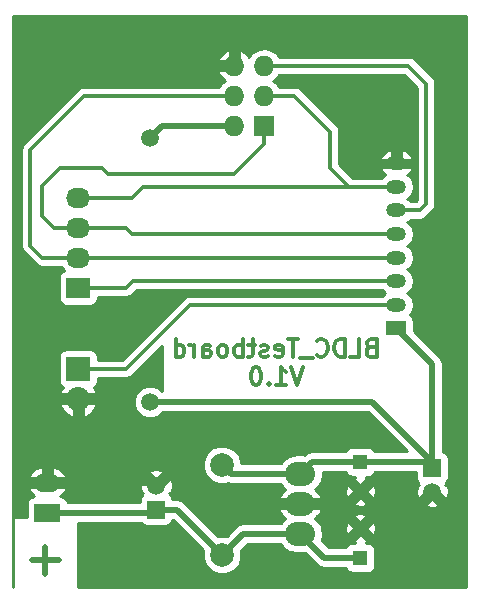
<source format=gbr>
G04 #@! TF.FileFunction,Copper,L2,Bot,Signal*
%FSLAX46Y46*%
G04 Gerber Fmt 4.6, Leading zero omitted, Abs format (unit mm)*
G04 Created by KiCad (PCBNEW 4.0.0-rc1-stable) date 27.09.2015 00:12:44*
%MOMM*%
G01*
G04 APERTURE LIST*
%ADD10C,0.100000*%
%ADD11C,0.300000*%
%ADD12C,0.500000*%
%ADD13R,1.500000X1.500000*%
%ADD14C,1.500000*%
%ADD15R,1.300000X1.300000*%
%ADD16C,1.300000*%
%ADD17C,1.998980*%
%ADD18R,2.197100X1.524000*%
%ADD19O,2.197100X1.524000*%
%ADD20R,1.699260X1.198880*%
%ADD21O,1.699260X1.198880*%
%ADD22R,1.727200X1.727200*%
%ADD23O,1.727200X1.727200*%
%ADD24R,2.032000X1.727200*%
%ADD25O,2.032000X1.727200*%
%ADD26R,2.032000X2.032000*%
%ADD27O,2.032000X2.032000*%
%ADD28O,2.540000X2.032000*%
%ADD29C,0.254000*%
G04 APERTURE END LIST*
D10*
D11*
X153796000Y-81242857D02*
X153581714Y-81314286D01*
X153510286Y-81385714D01*
X153438857Y-81528571D01*
X153438857Y-81742857D01*
X153510286Y-81885714D01*
X153581714Y-81957143D01*
X153724572Y-82028571D01*
X154296000Y-82028571D01*
X154296000Y-80528571D01*
X153796000Y-80528571D01*
X153653143Y-80600000D01*
X153581714Y-80671429D01*
X153510286Y-80814286D01*
X153510286Y-80957143D01*
X153581714Y-81100000D01*
X153653143Y-81171429D01*
X153796000Y-81242857D01*
X154296000Y-81242857D01*
X152081714Y-82028571D02*
X152796000Y-82028571D01*
X152796000Y-80528571D01*
X151581714Y-82028571D02*
X151581714Y-80528571D01*
X151224571Y-80528571D01*
X151010286Y-80600000D01*
X150867428Y-80742857D01*
X150796000Y-80885714D01*
X150724571Y-81171429D01*
X150724571Y-81385714D01*
X150796000Y-81671429D01*
X150867428Y-81814286D01*
X151010286Y-81957143D01*
X151224571Y-82028571D01*
X151581714Y-82028571D01*
X149224571Y-81885714D02*
X149296000Y-81957143D01*
X149510286Y-82028571D01*
X149653143Y-82028571D01*
X149867428Y-81957143D01*
X150010286Y-81814286D01*
X150081714Y-81671429D01*
X150153143Y-81385714D01*
X150153143Y-81171429D01*
X150081714Y-80885714D01*
X150010286Y-80742857D01*
X149867428Y-80600000D01*
X149653143Y-80528571D01*
X149510286Y-80528571D01*
X149296000Y-80600000D01*
X149224571Y-80671429D01*
X148938857Y-82171429D02*
X147796000Y-82171429D01*
X147653143Y-80528571D02*
X146796000Y-80528571D01*
X147224571Y-82028571D02*
X147224571Y-80528571D01*
X145724572Y-81957143D02*
X145867429Y-82028571D01*
X146153143Y-82028571D01*
X146296000Y-81957143D01*
X146367429Y-81814286D01*
X146367429Y-81242857D01*
X146296000Y-81100000D01*
X146153143Y-81028571D01*
X145867429Y-81028571D01*
X145724572Y-81100000D01*
X145653143Y-81242857D01*
X145653143Y-81385714D01*
X146367429Y-81528571D01*
X145081715Y-81957143D02*
X144938858Y-82028571D01*
X144653143Y-82028571D01*
X144510286Y-81957143D01*
X144438858Y-81814286D01*
X144438858Y-81742857D01*
X144510286Y-81600000D01*
X144653143Y-81528571D01*
X144867429Y-81528571D01*
X145010286Y-81457143D01*
X145081715Y-81314286D01*
X145081715Y-81242857D01*
X145010286Y-81100000D01*
X144867429Y-81028571D01*
X144653143Y-81028571D01*
X144510286Y-81100000D01*
X144010286Y-81028571D02*
X143438857Y-81028571D01*
X143796000Y-80528571D02*
X143796000Y-81814286D01*
X143724572Y-81957143D01*
X143581714Y-82028571D01*
X143438857Y-82028571D01*
X142938857Y-82028571D02*
X142938857Y-80528571D01*
X142938857Y-81100000D02*
X142796000Y-81028571D01*
X142510286Y-81028571D01*
X142367429Y-81100000D01*
X142296000Y-81171429D01*
X142224571Y-81314286D01*
X142224571Y-81742857D01*
X142296000Y-81885714D01*
X142367429Y-81957143D01*
X142510286Y-82028571D01*
X142796000Y-82028571D01*
X142938857Y-81957143D01*
X141367428Y-82028571D02*
X141510286Y-81957143D01*
X141581714Y-81885714D01*
X141653143Y-81742857D01*
X141653143Y-81314286D01*
X141581714Y-81171429D01*
X141510286Y-81100000D01*
X141367428Y-81028571D01*
X141153143Y-81028571D01*
X141010286Y-81100000D01*
X140938857Y-81171429D01*
X140867428Y-81314286D01*
X140867428Y-81742857D01*
X140938857Y-81885714D01*
X141010286Y-81957143D01*
X141153143Y-82028571D01*
X141367428Y-82028571D01*
X139581714Y-82028571D02*
X139581714Y-81242857D01*
X139653143Y-81100000D01*
X139796000Y-81028571D01*
X140081714Y-81028571D01*
X140224571Y-81100000D01*
X139581714Y-81957143D02*
X139724571Y-82028571D01*
X140081714Y-82028571D01*
X140224571Y-81957143D01*
X140296000Y-81814286D01*
X140296000Y-81671429D01*
X140224571Y-81528571D01*
X140081714Y-81457143D01*
X139724571Y-81457143D01*
X139581714Y-81385714D01*
X138867428Y-82028571D02*
X138867428Y-81028571D01*
X138867428Y-81314286D02*
X138796000Y-81171429D01*
X138724571Y-81100000D01*
X138581714Y-81028571D01*
X138438857Y-81028571D01*
X137296000Y-82028571D02*
X137296000Y-80528571D01*
X137296000Y-81957143D02*
X137438857Y-82028571D01*
X137724571Y-82028571D01*
X137867429Y-81957143D01*
X137938857Y-81885714D01*
X138010286Y-81742857D01*
X138010286Y-81314286D01*
X137938857Y-81171429D01*
X137867429Y-81100000D01*
X137724571Y-81028571D01*
X137438857Y-81028571D01*
X137296000Y-81100000D01*
X148081714Y-82928571D02*
X147581714Y-84428571D01*
X147081714Y-82928571D01*
X145796000Y-84428571D02*
X146653143Y-84428571D01*
X146224571Y-84428571D02*
X146224571Y-82928571D01*
X146367428Y-83142857D01*
X146510286Y-83285714D01*
X146653143Y-83357143D01*
X145153143Y-84285714D02*
X145081715Y-84357143D01*
X145153143Y-84428571D01*
X145224572Y-84357143D01*
X145153143Y-84285714D01*
X145153143Y-84428571D01*
X144153143Y-82928571D02*
X144010286Y-82928571D01*
X143867429Y-83000000D01*
X143796000Y-83071429D01*
X143724571Y-83214286D01*
X143653143Y-83500000D01*
X143653143Y-83857143D01*
X143724571Y-84142857D01*
X143796000Y-84285714D01*
X143867429Y-84357143D01*
X144010286Y-84428571D01*
X144153143Y-84428571D01*
X144296000Y-84357143D01*
X144367429Y-84285714D01*
X144438857Y-84142857D01*
X144510286Y-83857143D01*
X144510286Y-83500000D01*
X144438857Y-83214286D01*
X144367429Y-83071429D01*
X144296000Y-83000000D01*
X144153143Y-82928571D01*
D12*
X127380857Y-99274286D02*
X125095143Y-99274286D01*
X126238000Y-100417143D02*
X126238000Y-98131429D01*
D13*
X135636000Y-94980000D03*
D14*
X135636000Y-92980000D03*
D15*
X152908000Y-99060000D03*
D16*
X152908000Y-96560000D03*
D15*
X152908000Y-90932000D03*
D16*
X152908000Y-93432000D03*
D13*
X159004000Y-91456000D03*
D14*
X159004000Y-93456000D03*
D17*
X141224000Y-98806000D03*
X141224000Y-91186000D03*
D18*
X126415800Y-95250000D03*
D19*
X126415800Y-92710000D03*
D20*
X155956000Y-79644240D03*
D21*
X155956000Y-77645260D03*
X155956000Y-75643740D03*
X155956000Y-73644760D03*
X155956000Y-71643240D03*
X155956000Y-69644260D03*
X155956000Y-67642740D03*
X155956000Y-65643760D03*
D22*
X144780000Y-62484000D03*
D23*
X142240000Y-62484000D03*
X144780000Y-59944000D03*
X142240000Y-59944000D03*
X144780000Y-57404000D03*
X142240000Y-57404000D03*
D24*
X129032000Y-76200000D03*
D25*
X129032000Y-73660000D03*
X129032000Y-71120000D03*
X129032000Y-68580000D03*
D26*
X129032000Y-83058000D03*
D27*
X129032000Y-85598000D03*
D28*
X147828000Y-94488000D03*
X147828000Y-91948000D03*
X147828000Y-97028000D03*
D14*
X154178000Y-55118000D03*
X154432000Y-61468000D03*
X135128000Y-85852000D03*
X135128000Y-63500000D03*
D12*
X152908000Y-99060000D02*
X149860000Y-99060000D01*
X149860000Y-99060000D02*
X147828000Y-97028000D01*
X147828000Y-97028000D02*
X143002000Y-97028000D01*
X143002000Y-97028000D02*
X141224000Y-98806000D01*
X135636000Y-94980000D02*
X137398000Y-94980000D01*
X137398000Y-94980000D02*
X141224000Y-98806000D01*
X126415800Y-95250000D02*
X135366000Y-95250000D01*
X135366000Y-95250000D02*
X135636000Y-94980000D01*
X155956000Y-65643760D02*
X155956000Y-62992000D01*
X155956000Y-62992000D02*
X154432000Y-61468000D01*
X126415800Y-92710000D02*
X135366000Y-92710000D01*
X135366000Y-92710000D02*
X135636000Y-92980000D01*
X142240000Y-62484000D02*
X136144000Y-62484000D01*
X153924000Y-85852000D02*
X159004000Y-90932000D01*
X150876000Y-85852000D02*
X153924000Y-85852000D01*
X148844000Y-85852000D02*
X150876000Y-85852000D01*
X135128000Y-85852000D02*
X148844000Y-85852000D01*
X136144000Y-62484000D02*
X135128000Y-63500000D01*
X159004000Y-90932000D02*
X159004000Y-91456000D01*
X159004000Y-91456000D02*
X159004000Y-82692240D01*
X159004000Y-82692240D02*
X155956000Y-79644240D01*
X152908000Y-90932000D02*
X158480000Y-90932000D01*
X158480000Y-90932000D02*
X159004000Y-91456000D01*
X152908000Y-90932000D02*
X148844000Y-90932000D01*
X148844000Y-90932000D02*
X147828000Y-91948000D01*
X147828000Y-91948000D02*
X141986000Y-91948000D01*
X141986000Y-91948000D02*
X141224000Y-91186000D01*
D11*
X155956000Y-77645260D02*
X138508740Y-77645260D01*
X133096000Y-83058000D02*
X129032000Y-83058000D01*
X138508740Y-77645260D02*
X133096000Y-83058000D01*
X155956000Y-75643740D02*
X133652260Y-75643740D01*
X133096000Y-76200000D02*
X129032000Y-76200000D01*
X133652260Y-75643740D02*
X133096000Y-76200000D01*
X142240000Y-59944000D02*
X129540000Y-59944000D01*
X125984000Y-73660000D02*
X129032000Y-73660000D01*
X124968000Y-72644000D02*
X125984000Y-73660000D01*
X124968000Y-64516000D02*
X124968000Y-72644000D01*
X129540000Y-59944000D02*
X124968000Y-64516000D01*
X155956000Y-73644760D02*
X129047240Y-73644760D01*
X129047240Y-73644760D02*
X129032000Y-73660000D01*
X144780000Y-62484000D02*
X144780000Y-64008000D01*
X127000000Y-71120000D02*
X129032000Y-71120000D01*
X125984000Y-70104000D02*
X127000000Y-71120000D01*
X125984000Y-67564000D02*
X125984000Y-70104000D01*
X127508000Y-66040000D02*
X125984000Y-67564000D01*
X131064000Y-66040000D02*
X127508000Y-66040000D01*
X131572000Y-66548000D02*
X131064000Y-66040000D01*
X142240000Y-66548000D02*
X131572000Y-66548000D01*
X144780000Y-64008000D02*
X142240000Y-66548000D01*
X155956000Y-71643240D02*
X133619240Y-71643240D01*
X133096000Y-71120000D02*
X129032000Y-71120000D01*
X133619240Y-71643240D02*
X133096000Y-71120000D01*
X155956000Y-69644260D02*
X157939740Y-69644260D01*
X156972000Y-57404000D02*
X144780000Y-57404000D01*
X158496000Y-58928000D02*
X156972000Y-57404000D01*
X158496000Y-69088000D02*
X158496000Y-58928000D01*
X157939740Y-69644260D02*
X158496000Y-69088000D01*
X144780000Y-59944000D02*
X147320000Y-59944000D01*
X150368000Y-66040000D02*
X151970740Y-67642740D01*
X150368000Y-62992000D02*
X150368000Y-66040000D01*
X147320000Y-59944000D02*
X150368000Y-62992000D01*
X155956000Y-67642740D02*
X151970740Y-67642740D01*
X151970740Y-67642740D02*
X134541260Y-67642740D01*
X133604000Y-68580000D02*
X129032000Y-68580000D01*
X134541260Y-67642740D02*
X133604000Y-68580000D01*
D29*
G36*
X161864420Y-101544500D02*
X128972143Y-101544500D01*
X128972143Y-96127000D01*
X134396385Y-96127000D01*
X134427757Y-96175753D01*
X134637283Y-96318917D01*
X134886000Y-96369283D01*
X136386000Y-96369283D01*
X136618352Y-96325563D01*
X136831753Y-96188243D01*
X136974917Y-95978717D01*
X136999565Y-95857000D01*
X137034734Y-95857000D01*
X139615689Y-98437955D01*
X139597793Y-98481052D01*
X139597228Y-99128110D01*
X139844325Y-99726129D01*
X140301464Y-100184067D01*
X140899052Y-100432207D01*
X141546110Y-100432772D01*
X142144129Y-100185675D01*
X142602067Y-99728536D01*
X142850207Y-99130948D01*
X142850772Y-98483890D01*
X142831944Y-98438322D01*
X143365265Y-97905000D01*
X146184778Y-97905000D01*
X146375060Y-98189776D01*
X146908087Y-98545934D01*
X147536836Y-98671000D01*
X148119164Y-98671000D01*
X148212223Y-98652489D01*
X149239867Y-99680133D01*
X149524387Y-99870242D01*
X149860000Y-99937001D01*
X149860005Y-99937000D01*
X151661430Y-99937000D01*
X151662437Y-99942352D01*
X151799757Y-100155753D01*
X152009283Y-100298917D01*
X152258000Y-100349283D01*
X153558000Y-100349283D01*
X153790352Y-100305563D01*
X154003753Y-100168243D01*
X154146917Y-99958717D01*
X154197283Y-99710000D01*
X154197283Y-98410000D01*
X154153563Y-98177648D01*
X154016243Y-97964247D01*
X153806717Y-97821083D01*
X153558000Y-97770717D01*
X153386260Y-97770717D01*
X153454726Y-97566345D01*
X152908000Y-97019619D01*
X152361274Y-97566345D01*
X152429740Y-97770717D01*
X152258000Y-97770717D01*
X152025648Y-97814437D01*
X151812247Y-97951757D01*
X151669083Y-98161283D01*
X151664685Y-98183000D01*
X150223266Y-98183000D01*
X149647039Y-97606773D01*
X149762164Y-97028000D01*
X149673388Y-96581691D01*
X151606163Y-96581691D01*
X151696958Y-97038151D01*
X151901655Y-97106726D01*
X152448381Y-96560000D01*
X153367619Y-96560000D01*
X153914345Y-97106726D01*
X154119042Y-97038151D01*
X154209837Y-96538309D01*
X154119042Y-96081849D01*
X153914345Y-96013274D01*
X153367619Y-96560000D01*
X152448381Y-96560000D01*
X151901655Y-96013274D01*
X151696958Y-96081849D01*
X151606163Y-96581691D01*
X149673388Y-96581691D01*
X149637098Y-96399251D01*
X149280940Y-95866224D01*
X149100079Y-95745376D01*
X149279319Y-95553655D01*
X152361274Y-95553655D01*
X152908000Y-96100381D01*
X153454726Y-95553655D01*
X153386151Y-95348958D01*
X152886309Y-95258163D01*
X152429849Y-95348958D01*
X152361274Y-95553655D01*
X149279319Y-95553655D01*
X149470194Y-95349490D01*
X149604050Y-95106719D01*
X149520683Y-94861000D01*
X148201000Y-94861000D01*
X148201000Y-94881000D01*
X147455000Y-94881000D01*
X147455000Y-94861000D01*
X146135317Y-94861000D01*
X146051950Y-95106719D01*
X146185806Y-95349490D01*
X146555921Y-95745376D01*
X146375060Y-95866224D01*
X146184778Y-96151000D01*
X143002005Y-96151000D01*
X143002000Y-96150999D01*
X142666387Y-96217758D01*
X142381867Y-96407867D01*
X142381865Y-96407870D01*
X141592046Y-97197689D01*
X141548948Y-97179793D01*
X140901890Y-97179228D01*
X140856322Y-97198056D01*
X138096611Y-94438345D01*
X152361274Y-94438345D01*
X152429849Y-94643042D01*
X152929691Y-94733837D01*
X153386151Y-94643042D01*
X153413531Y-94561310D01*
X158426191Y-94561310D01*
X158510183Y-94770266D01*
X159050721Y-94859199D01*
X159497817Y-94770266D01*
X159581809Y-94561310D01*
X159004000Y-93983502D01*
X158426191Y-94561310D01*
X153413531Y-94561310D01*
X153454726Y-94438345D01*
X152908000Y-93891619D01*
X152361274Y-94438345D01*
X138096611Y-94438345D01*
X138018133Y-94359867D01*
X137733613Y-94169758D01*
X137398000Y-94103000D01*
X137001386Y-94103000D01*
X136981563Y-93997648D01*
X136844243Y-93784247D01*
X136826132Y-93771873D01*
X136890755Y-93707250D01*
X136741313Y-93557808D01*
X136950266Y-93473817D01*
X137039199Y-92933279D01*
X136950266Y-92486183D01*
X136741310Y-92402191D01*
X136163502Y-92980000D01*
X136177644Y-92994142D01*
X135650142Y-93521644D01*
X135636000Y-93507502D01*
X135621858Y-93521644D01*
X135094356Y-92994142D01*
X135108498Y-92980000D01*
X134530690Y-92402191D01*
X134321734Y-92486183D01*
X134232801Y-93026721D01*
X134321734Y-93473817D01*
X134530687Y-93557808D01*
X134381245Y-93707250D01*
X134443597Y-93769602D01*
X134440247Y-93771757D01*
X134297083Y-93981283D01*
X134246717Y-94230000D01*
X134246717Y-94373000D01*
X128131994Y-94373000D01*
X128109913Y-94255648D01*
X127972593Y-94042247D01*
X127763067Y-93899083D01*
X127526962Y-93851271D01*
X127893535Y-93494065D01*
X128015508Y-93287714D01*
X127926791Y-93083000D01*
X126788800Y-93083000D01*
X126788800Y-93103000D01*
X126042800Y-93103000D01*
X126042800Y-93083000D01*
X124904809Y-93083000D01*
X124816092Y-93287714D01*
X124938065Y-93494065D01*
X125304483Y-93851119D01*
X125084898Y-93892437D01*
X124871497Y-94029757D01*
X124728333Y-94239283D01*
X124677967Y-94488000D01*
X124677967Y-95583000D01*
X123503857Y-95583000D01*
X123503857Y-101544500D01*
X123499500Y-101544500D01*
X123499500Y-92132286D01*
X124816092Y-92132286D01*
X124904809Y-92337000D01*
X126042800Y-92337000D01*
X126042800Y-91482650D01*
X126788800Y-91482650D01*
X126788800Y-92337000D01*
X127926791Y-92337000D01*
X128015508Y-92132286D01*
X127893535Y-91925935D01*
X127840947Y-91874690D01*
X135058191Y-91874690D01*
X135636000Y-92452498D01*
X136213809Y-91874690D01*
X136129817Y-91665734D01*
X135589279Y-91576801D01*
X135142183Y-91665734D01*
X135058191Y-91874690D01*
X127840947Y-91874690D01*
X127506619Y-91548906D01*
X127004872Y-91348643D01*
X126788800Y-91482650D01*
X126042800Y-91482650D01*
X125826728Y-91348643D01*
X125324981Y-91548906D01*
X124938065Y-91925935D01*
X124816092Y-92132286D01*
X123499500Y-92132286D01*
X123499500Y-86216719D01*
X127509950Y-86216719D01*
X127518226Y-86236767D01*
X127877901Y-86767440D01*
X128413277Y-87120076D01*
X128659000Y-87041376D01*
X128659000Y-85971000D01*
X129405000Y-85971000D01*
X129405000Y-87041376D01*
X129650723Y-87120076D01*
X130186099Y-86767440D01*
X130545774Y-86236767D01*
X130554050Y-86216719D01*
X130470683Y-85971000D01*
X129405000Y-85971000D01*
X128659000Y-85971000D01*
X127593317Y-85971000D01*
X127509950Y-86216719D01*
X123499500Y-86216719D01*
X123499500Y-64516000D01*
X124191000Y-64516000D01*
X124191000Y-72644000D01*
X124250146Y-72941345D01*
X124418578Y-73193422D01*
X125434578Y-74209422D01*
X125686655Y-74377854D01*
X125984000Y-74437000D01*
X127608304Y-74437000D01*
X127793399Y-74714013D01*
X127822580Y-74733511D01*
X127783648Y-74740837D01*
X127570247Y-74878157D01*
X127427083Y-75087683D01*
X127376717Y-75336400D01*
X127376717Y-77063600D01*
X127420437Y-77295952D01*
X127557757Y-77509353D01*
X127767283Y-77652517D01*
X128016000Y-77702883D01*
X130048000Y-77702883D01*
X130280352Y-77659163D01*
X130493753Y-77521843D01*
X130636917Y-77312317D01*
X130687283Y-77063600D01*
X130687283Y-76977000D01*
X133096000Y-76977000D01*
X133393345Y-76917854D01*
X133645422Y-76749422D01*
X133974104Y-76420740D01*
X154749371Y-76420740D01*
X154809657Y-76510964D01*
X155009508Y-76644500D01*
X154809657Y-76778036D01*
X154749371Y-76868260D01*
X138508740Y-76868260D01*
X138211395Y-76927406D01*
X137959318Y-77095838D01*
X132774156Y-82281000D01*
X130687283Y-82281000D01*
X130687283Y-82042000D01*
X130643563Y-81809648D01*
X130506243Y-81596247D01*
X130296717Y-81453083D01*
X130048000Y-81402717D01*
X128016000Y-81402717D01*
X127783648Y-81446437D01*
X127570247Y-81583757D01*
X127427083Y-81793283D01*
X127376717Y-82042000D01*
X127376717Y-84074000D01*
X127420437Y-84306352D01*
X127557757Y-84519753D01*
X127734324Y-84640397D01*
X127518226Y-84959233D01*
X127509950Y-84979281D01*
X127593317Y-85225000D01*
X128659000Y-85225000D01*
X128659000Y-85205000D01*
X129405000Y-85205000D01*
X129405000Y-85225000D01*
X130470683Y-85225000D01*
X130554050Y-84979281D01*
X130545774Y-84959233D01*
X130328462Y-84638605D01*
X130493753Y-84532243D01*
X130636917Y-84322717D01*
X130687283Y-84074000D01*
X130687283Y-83835000D01*
X133096000Y-83835000D01*
X133393345Y-83775854D01*
X133645422Y-83607422D01*
X136161857Y-81090987D01*
X136161857Y-84938590D01*
X135909026Y-84685317D01*
X135403104Y-84475240D01*
X134855299Y-84474762D01*
X134349011Y-84683956D01*
X133961317Y-85070974D01*
X133751240Y-85576896D01*
X133750762Y-86124701D01*
X133959956Y-86630989D01*
X134346974Y-87018683D01*
X134852896Y-87228760D01*
X135400701Y-87229238D01*
X135906989Y-87020044D01*
X136198541Y-86729000D01*
X153560734Y-86729000D01*
X156886734Y-90055000D01*
X154154570Y-90055000D01*
X154153563Y-90049648D01*
X154016243Y-89836247D01*
X153806717Y-89693083D01*
X153558000Y-89642717D01*
X152258000Y-89642717D01*
X152025648Y-89686437D01*
X151812247Y-89823757D01*
X151669083Y-90033283D01*
X151664685Y-90055000D01*
X148844005Y-90055000D01*
X148844000Y-90054999D01*
X148508387Y-90121758D01*
X148223867Y-90311867D01*
X148212223Y-90323511D01*
X148119164Y-90305000D01*
X147536836Y-90305000D01*
X146908087Y-90430066D01*
X146375060Y-90786224D01*
X146184778Y-91071000D01*
X142850591Y-91071000D01*
X142850772Y-90863890D01*
X142603675Y-90265871D01*
X142146536Y-89807933D01*
X141548948Y-89559793D01*
X140901890Y-89559228D01*
X140303871Y-89806325D01*
X139845933Y-90263464D01*
X139597793Y-90861052D01*
X139597228Y-91508110D01*
X139844325Y-92106129D01*
X140301464Y-92564067D01*
X140899052Y-92812207D01*
X141546110Y-92812772D01*
X141669082Y-92761961D01*
X141986000Y-92825001D01*
X141986005Y-92825000D01*
X146184778Y-92825000D01*
X146375060Y-93109776D01*
X146555921Y-93230624D01*
X146185806Y-93626510D01*
X146051950Y-93869281D01*
X146135317Y-94115000D01*
X147455000Y-94115000D01*
X147455000Y-94095000D01*
X148201000Y-94095000D01*
X148201000Y-94115000D01*
X149520683Y-94115000D01*
X149604050Y-93869281D01*
X149470194Y-93626510D01*
X149308626Y-93453691D01*
X151606163Y-93453691D01*
X151696958Y-93910151D01*
X151901655Y-93978726D01*
X152448381Y-93432000D01*
X153367619Y-93432000D01*
X153914345Y-93978726D01*
X154119042Y-93910151D01*
X154209837Y-93410309D01*
X154119042Y-92953849D01*
X153914345Y-92885274D01*
X153367619Y-93432000D01*
X152448381Y-93432000D01*
X151901655Y-92885274D01*
X151696958Y-92953849D01*
X151606163Y-93453691D01*
X149308626Y-93453691D01*
X149100079Y-93230624D01*
X149280940Y-93109776D01*
X149637098Y-92576749D01*
X149762164Y-91948000D01*
X149734515Y-91809000D01*
X151661430Y-91809000D01*
X151662437Y-91814352D01*
X151799757Y-92027753D01*
X152009283Y-92170917D01*
X152258000Y-92221283D01*
X152429740Y-92221283D01*
X152361274Y-92425655D01*
X152908000Y-92972381D01*
X153454726Y-92425655D01*
X153386260Y-92221283D01*
X153558000Y-92221283D01*
X153790352Y-92177563D01*
X154003753Y-92040243D01*
X154146917Y-91830717D01*
X154151315Y-91809000D01*
X157614717Y-91809000D01*
X157614717Y-92206000D01*
X157658437Y-92438352D01*
X157795757Y-92651753D01*
X157813868Y-92664127D01*
X157749245Y-92728750D01*
X157898687Y-92878192D01*
X157689734Y-92962183D01*
X157600801Y-93502721D01*
X157689734Y-93949817D01*
X157898690Y-94033809D01*
X158476498Y-93456000D01*
X158462356Y-93441858D01*
X158989858Y-92914356D01*
X159004000Y-92928498D01*
X159018142Y-92914356D01*
X159545644Y-93441858D01*
X159531502Y-93456000D01*
X160109310Y-94033809D01*
X160318266Y-93949817D01*
X160407199Y-93409279D01*
X160318266Y-92962183D01*
X160109313Y-92878192D01*
X160258755Y-92728750D01*
X160196403Y-92666398D01*
X160199753Y-92664243D01*
X160342917Y-92454717D01*
X160393283Y-92206000D01*
X160393283Y-90706000D01*
X160349563Y-90473648D01*
X160212243Y-90260247D01*
X160002717Y-90117083D01*
X159881000Y-90092435D01*
X159881000Y-82692245D01*
X159881001Y-82692240D01*
X159814242Y-82356627D01*
X159624133Y-82072107D01*
X157444913Y-79892887D01*
X157444913Y-79044800D01*
X157401193Y-78812448D01*
X157263873Y-78599047D01*
X157113264Y-78496140D01*
X157368202Y-78114598D01*
X157461559Y-77645260D01*
X157368202Y-77175922D01*
X157102343Y-76778036D01*
X156902492Y-76644500D01*
X157102343Y-76510964D01*
X157368202Y-76113078D01*
X157461559Y-75643740D01*
X157368202Y-75174402D01*
X157102343Y-74776516D01*
X156904393Y-74644250D01*
X157102343Y-74511984D01*
X157368202Y-74114098D01*
X157461559Y-73644760D01*
X157368202Y-73175422D01*
X157102343Y-72777536D01*
X156902492Y-72644000D01*
X157102343Y-72510464D01*
X157368202Y-72112578D01*
X157461559Y-71643240D01*
X157368202Y-71173902D01*
X157102343Y-70776016D01*
X156904393Y-70643750D01*
X157102343Y-70511484D01*
X157162629Y-70421260D01*
X157939740Y-70421260D01*
X158237085Y-70362114D01*
X158489162Y-70193682D01*
X159045422Y-69637422D01*
X159213854Y-69385345D01*
X159273000Y-69088000D01*
X159273000Y-58928000D01*
X159213854Y-58630655D01*
X159045422Y-58378578D01*
X157521422Y-56854578D01*
X157269345Y-56686146D01*
X156972000Y-56627000D01*
X146048311Y-56627000D01*
X145863216Y-56349987D01*
X145379631Y-56026865D01*
X144809203Y-55913400D01*
X144750797Y-55913400D01*
X144180369Y-56026865D01*
X143696784Y-56349987D01*
X143498299Y-56647041D01*
X143312108Y-56368356D01*
X142834175Y-56036912D01*
X142613000Y-56117544D01*
X142613000Y-57031000D01*
X142633000Y-57031000D01*
X142633000Y-57777000D01*
X142613000Y-57777000D01*
X142613000Y-57797000D01*
X141867000Y-57797000D01*
X141867000Y-57777000D01*
X140959365Y-57777000D01*
X140872941Y-57998170D01*
X141167892Y-58439644D01*
X141493168Y-58665222D01*
X141156784Y-58889987D01*
X140971689Y-59167000D01*
X129540000Y-59167000D01*
X129242655Y-59226146D01*
X128990578Y-59394578D01*
X124418578Y-63966578D01*
X124250146Y-64218655D01*
X124191000Y-64516000D01*
X123499500Y-64516000D01*
X123499500Y-56809830D01*
X140872941Y-56809830D01*
X140959365Y-57031000D01*
X141867000Y-57031000D01*
X141867000Y-56117544D01*
X141645825Y-56036912D01*
X141167892Y-56368356D01*
X140872941Y-56809830D01*
X123499500Y-56809830D01*
X123499500Y-53179600D01*
X161864420Y-53179600D01*
X161864420Y-101544500D01*
X161864420Y-101544500D01*
G37*
X161864420Y-101544500D02*
X128972143Y-101544500D01*
X128972143Y-96127000D01*
X134396385Y-96127000D01*
X134427757Y-96175753D01*
X134637283Y-96318917D01*
X134886000Y-96369283D01*
X136386000Y-96369283D01*
X136618352Y-96325563D01*
X136831753Y-96188243D01*
X136974917Y-95978717D01*
X136999565Y-95857000D01*
X137034734Y-95857000D01*
X139615689Y-98437955D01*
X139597793Y-98481052D01*
X139597228Y-99128110D01*
X139844325Y-99726129D01*
X140301464Y-100184067D01*
X140899052Y-100432207D01*
X141546110Y-100432772D01*
X142144129Y-100185675D01*
X142602067Y-99728536D01*
X142850207Y-99130948D01*
X142850772Y-98483890D01*
X142831944Y-98438322D01*
X143365265Y-97905000D01*
X146184778Y-97905000D01*
X146375060Y-98189776D01*
X146908087Y-98545934D01*
X147536836Y-98671000D01*
X148119164Y-98671000D01*
X148212223Y-98652489D01*
X149239867Y-99680133D01*
X149524387Y-99870242D01*
X149860000Y-99937001D01*
X149860005Y-99937000D01*
X151661430Y-99937000D01*
X151662437Y-99942352D01*
X151799757Y-100155753D01*
X152009283Y-100298917D01*
X152258000Y-100349283D01*
X153558000Y-100349283D01*
X153790352Y-100305563D01*
X154003753Y-100168243D01*
X154146917Y-99958717D01*
X154197283Y-99710000D01*
X154197283Y-98410000D01*
X154153563Y-98177648D01*
X154016243Y-97964247D01*
X153806717Y-97821083D01*
X153558000Y-97770717D01*
X153386260Y-97770717D01*
X153454726Y-97566345D01*
X152908000Y-97019619D01*
X152361274Y-97566345D01*
X152429740Y-97770717D01*
X152258000Y-97770717D01*
X152025648Y-97814437D01*
X151812247Y-97951757D01*
X151669083Y-98161283D01*
X151664685Y-98183000D01*
X150223266Y-98183000D01*
X149647039Y-97606773D01*
X149762164Y-97028000D01*
X149673388Y-96581691D01*
X151606163Y-96581691D01*
X151696958Y-97038151D01*
X151901655Y-97106726D01*
X152448381Y-96560000D01*
X153367619Y-96560000D01*
X153914345Y-97106726D01*
X154119042Y-97038151D01*
X154209837Y-96538309D01*
X154119042Y-96081849D01*
X153914345Y-96013274D01*
X153367619Y-96560000D01*
X152448381Y-96560000D01*
X151901655Y-96013274D01*
X151696958Y-96081849D01*
X151606163Y-96581691D01*
X149673388Y-96581691D01*
X149637098Y-96399251D01*
X149280940Y-95866224D01*
X149100079Y-95745376D01*
X149279319Y-95553655D01*
X152361274Y-95553655D01*
X152908000Y-96100381D01*
X153454726Y-95553655D01*
X153386151Y-95348958D01*
X152886309Y-95258163D01*
X152429849Y-95348958D01*
X152361274Y-95553655D01*
X149279319Y-95553655D01*
X149470194Y-95349490D01*
X149604050Y-95106719D01*
X149520683Y-94861000D01*
X148201000Y-94861000D01*
X148201000Y-94881000D01*
X147455000Y-94881000D01*
X147455000Y-94861000D01*
X146135317Y-94861000D01*
X146051950Y-95106719D01*
X146185806Y-95349490D01*
X146555921Y-95745376D01*
X146375060Y-95866224D01*
X146184778Y-96151000D01*
X143002005Y-96151000D01*
X143002000Y-96150999D01*
X142666387Y-96217758D01*
X142381867Y-96407867D01*
X142381865Y-96407870D01*
X141592046Y-97197689D01*
X141548948Y-97179793D01*
X140901890Y-97179228D01*
X140856322Y-97198056D01*
X138096611Y-94438345D01*
X152361274Y-94438345D01*
X152429849Y-94643042D01*
X152929691Y-94733837D01*
X153386151Y-94643042D01*
X153413531Y-94561310D01*
X158426191Y-94561310D01*
X158510183Y-94770266D01*
X159050721Y-94859199D01*
X159497817Y-94770266D01*
X159581809Y-94561310D01*
X159004000Y-93983502D01*
X158426191Y-94561310D01*
X153413531Y-94561310D01*
X153454726Y-94438345D01*
X152908000Y-93891619D01*
X152361274Y-94438345D01*
X138096611Y-94438345D01*
X138018133Y-94359867D01*
X137733613Y-94169758D01*
X137398000Y-94103000D01*
X137001386Y-94103000D01*
X136981563Y-93997648D01*
X136844243Y-93784247D01*
X136826132Y-93771873D01*
X136890755Y-93707250D01*
X136741313Y-93557808D01*
X136950266Y-93473817D01*
X137039199Y-92933279D01*
X136950266Y-92486183D01*
X136741310Y-92402191D01*
X136163502Y-92980000D01*
X136177644Y-92994142D01*
X135650142Y-93521644D01*
X135636000Y-93507502D01*
X135621858Y-93521644D01*
X135094356Y-92994142D01*
X135108498Y-92980000D01*
X134530690Y-92402191D01*
X134321734Y-92486183D01*
X134232801Y-93026721D01*
X134321734Y-93473817D01*
X134530687Y-93557808D01*
X134381245Y-93707250D01*
X134443597Y-93769602D01*
X134440247Y-93771757D01*
X134297083Y-93981283D01*
X134246717Y-94230000D01*
X134246717Y-94373000D01*
X128131994Y-94373000D01*
X128109913Y-94255648D01*
X127972593Y-94042247D01*
X127763067Y-93899083D01*
X127526962Y-93851271D01*
X127893535Y-93494065D01*
X128015508Y-93287714D01*
X127926791Y-93083000D01*
X126788800Y-93083000D01*
X126788800Y-93103000D01*
X126042800Y-93103000D01*
X126042800Y-93083000D01*
X124904809Y-93083000D01*
X124816092Y-93287714D01*
X124938065Y-93494065D01*
X125304483Y-93851119D01*
X125084898Y-93892437D01*
X124871497Y-94029757D01*
X124728333Y-94239283D01*
X124677967Y-94488000D01*
X124677967Y-95583000D01*
X123503857Y-95583000D01*
X123503857Y-101544500D01*
X123499500Y-101544500D01*
X123499500Y-92132286D01*
X124816092Y-92132286D01*
X124904809Y-92337000D01*
X126042800Y-92337000D01*
X126042800Y-91482650D01*
X126788800Y-91482650D01*
X126788800Y-92337000D01*
X127926791Y-92337000D01*
X128015508Y-92132286D01*
X127893535Y-91925935D01*
X127840947Y-91874690D01*
X135058191Y-91874690D01*
X135636000Y-92452498D01*
X136213809Y-91874690D01*
X136129817Y-91665734D01*
X135589279Y-91576801D01*
X135142183Y-91665734D01*
X135058191Y-91874690D01*
X127840947Y-91874690D01*
X127506619Y-91548906D01*
X127004872Y-91348643D01*
X126788800Y-91482650D01*
X126042800Y-91482650D01*
X125826728Y-91348643D01*
X125324981Y-91548906D01*
X124938065Y-91925935D01*
X124816092Y-92132286D01*
X123499500Y-92132286D01*
X123499500Y-86216719D01*
X127509950Y-86216719D01*
X127518226Y-86236767D01*
X127877901Y-86767440D01*
X128413277Y-87120076D01*
X128659000Y-87041376D01*
X128659000Y-85971000D01*
X129405000Y-85971000D01*
X129405000Y-87041376D01*
X129650723Y-87120076D01*
X130186099Y-86767440D01*
X130545774Y-86236767D01*
X130554050Y-86216719D01*
X130470683Y-85971000D01*
X129405000Y-85971000D01*
X128659000Y-85971000D01*
X127593317Y-85971000D01*
X127509950Y-86216719D01*
X123499500Y-86216719D01*
X123499500Y-64516000D01*
X124191000Y-64516000D01*
X124191000Y-72644000D01*
X124250146Y-72941345D01*
X124418578Y-73193422D01*
X125434578Y-74209422D01*
X125686655Y-74377854D01*
X125984000Y-74437000D01*
X127608304Y-74437000D01*
X127793399Y-74714013D01*
X127822580Y-74733511D01*
X127783648Y-74740837D01*
X127570247Y-74878157D01*
X127427083Y-75087683D01*
X127376717Y-75336400D01*
X127376717Y-77063600D01*
X127420437Y-77295952D01*
X127557757Y-77509353D01*
X127767283Y-77652517D01*
X128016000Y-77702883D01*
X130048000Y-77702883D01*
X130280352Y-77659163D01*
X130493753Y-77521843D01*
X130636917Y-77312317D01*
X130687283Y-77063600D01*
X130687283Y-76977000D01*
X133096000Y-76977000D01*
X133393345Y-76917854D01*
X133645422Y-76749422D01*
X133974104Y-76420740D01*
X154749371Y-76420740D01*
X154809657Y-76510964D01*
X155009508Y-76644500D01*
X154809657Y-76778036D01*
X154749371Y-76868260D01*
X138508740Y-76868260D01*
X138211395Y-76927406D01*
X137959318Y-77095838D01*
X132774156Y-82281000D01*
X130687283Y-82281000D01*
X130687283Y-82042000D01*
X130643563Y-81809648D01*
X130506243Y-81596247D01*
X130296717Y-81453083D01*
X130048000Y-81402717D01*
X128016000Y-81402717D01*
X127783648Y-81446437D01*
X127570247Y-81583757D01*
X127427083Y-81793283D01*
X127376717Y-82042000D01*
X127376717Y-84074000D01*
X127420437Y-84306352D01*
X127557757Y-84519753D01*
X127734324Y-84640397D01*
X127518226Y-84959233D01*
X127509950Y-84979281D01*
X127593317Y-85225000D01*
X128659000Y-85225000D01*
X128659000Y-85205000D01*
X129405000Y-85205000D01*
X129405000Y-85225000D01*
X130470683Y-85225000D01*
X130554050Y-84979281D01*
X130545774Y-84959233D01*
X130328462Y-84638605D01*
X130493753Y-84532243D01*
X130636917Y-84322717D01*
X130687283Y-84074000D01*
X130687283Y-83835000D01*
X133096000Y-83835000D01*
X133393345Y-83775854D01*
X133645422Y-83607422D01*
X136161857Y-81090987D01*
X136161857Y-84938590D01*
X135909026Y-84685317D01*
X135403104Y-84475240D01*
X134855299Y-84474762D01*
X134349011Y-84683956D01*
X133961317Y-85070974D01*
X133751240Y-85576896D01*
X133750762Y-86124701D01*
X133959956Y-86630989D01*
X134346974Y-87018683D01*
X134852896Y-87228760D01*
X135400701Y-87229238D01*
X135906989Y-87020044D01*
X136198541Y-86729000D01*
X153560734Y-86729000D01*
X156886734Y-90055000D01*
X154154570Y-90055000D01*
X154153563Y-90049648D01*
X154016243Y-89836247D01*
X153806717Y-89693083D01*
X153558000Y-89642717D01*
X152258000Y-89642717D01*
X152025648Y-89686437D01*
X151812247Y-89823757D01*
X151669083Y-90033283D01*
X151664685Y-90055000D01*
X148844005Y-90055000D01*
X148844000Y-90054999D01*
X148508387Y-90121758D01*
X148223867Y-90311867D01*
X148212223Y-90323511D01*
X148119164Y-90305000D01*
X147536836Y-90305000D01*
X146908087Y-90430066D01*
X146375060Y-90786224D01*
X146184778Y-91071000D01*
X142850591Y-91071000D01*
X142850772Y-90863890D01*
X142603675Y-90265871D01*
X142146536Y-89807933D01*
X141548948Y-89559793D01*
X140901890Y-89559228D01*
X140303871Y-89806325D01*
X139845933Y-90263464D01*
X139597793Y-90861052D01*
X139597228Y-91508110D01*
X139844325Y-92106129D01*
X140301464Y-92564067D01*
X140899052Y-92812207D01*
X141546110Y-92812772D01*
X141669082Y-92761961D01*
X141986000Y-92825001D01*
X141986005Y-92825000D01*
X146184778Y-92825000D01*
X146375060Y-93109776D01*
X146555921Y-93230624D01*
X146185806Y-93626510D01*
X146051950Y-93869281D01*
X146135317Y-94115000D01*
X147455000Y-94115000D01*
X147455000Y-94095000D01*
X148201000Y-94095000D01*
X148201000Y-94115000D01*
X149520683Y-94115000D01*
X149604050Y-93869281D01*
X149470194Y-93626510D01*
X149308626Y-93453691D01*
X151606163Y-93453691D01*
X151696958Y-93910151D01*
X151901655Y-93978726D01*
X152448381Y-93432000D01*
X153367619Y-93432000D01*
X153914345Y-93978726D01*
X154119042Y-93910151D01*
X154209837Y-93410309D01*
X154119042Y-92953849D01*
X153914345Y-92885274D01*
X153367619Y-93432000D01*
X152448381Y-93432000D01*
X151901655Y-92885274D01*
X151696958Y-92953849D01*
X151606163Y-93453691D01*
X149308626Y-93453691D01*
X149100079Y-93230624D01*
X149280940Y-93109776D01*
X149637098Y-92576749D01*
X149762164Y-91948000D01*
X149734515Y-91809000D01*
X151661430Y-91809000D01*
X151662437Y-91814352D01*
X151799757Y-92027753D01*
X152009283Y-92170917D01*
X152258000Y-92221283D01*
X152429740Y-92221283D01*
X152361274Y-92425655D01*
X152908000Y-92972381D01*
X153454726Y-92425655D01*
X153386260Y-92221283D01*
X153558000Y-92221283D01*
X153790352Y-92177563D01*
X154003753Y-92040243D01*
X154146917Y-91830717D01*
X154151315Y-91809000D01*
X157614717Y-91809000D01*
X157614717Y-92206000D01*
X157658437Y-92438352D01*
X157795757Y-92651753D01*
X157813868Y-92664127D01*
X157749245Y-92728750D01*
X157898687Y-92878192D01*
X157689734Y-92962183D01*
X157600801Y-93502721D01*
X157689734Y-93949817D01*
X157898690Y-94033809D01*
X158476498Y-93456000D01*
X158462356Y-93441858D01*
X158989858Y-92914356D01*
X159004000Y-92928498D01*
X159018142Y-92914356D01*
X159545644Y-93441858D01*
X159531502Y-93456000D01*
X160109310Y-94033809D01*
X160318266Y-93949817D01*
X160407199Y-93409279D01*
X160318266Y-92962183D01*
X160109313Y-92878192D01*
X160258755Y-92728750D01*
X160196403Y-92666398D01*
X160199753Y-92664243D01*
X160342917Y-92454717D01*
X160393283Y-92206000D01*
X160393283Y-90706000D01*
X160349563Y-90473648D01*
X160212243Y-90260247D01*
X160002717Y-90117083D01*
X159881000Y-90092435D01*
X159881000Y-82692245D01*
X159881001Y-82692240D01*
X159814242Y-82356627D01*
X159624133Y-82072107D01*
X157444913Y-79892887D01*
X157444913Y-79044800D01*
X157401193Y-78812448D01*
X157263873Y-78599047D01*
X157113264Y-78496140D01*
X157368202Y-78114598D01*
X157461559Y-77645260D01*
X157368202Y-77175922D01*
X157102343Y-76778036D01*
X156902492Y-76644500D01*
X157102343Y-76510964D01*
X157368202Y-76113078D01*
X157461559Y-75643740D01*
X157368202Y-75174402D01*
X157102343Y-74776516D01*
X156904393Y-74644250D01*
X157102343Y-74511984D01*
X157368202Y-74114098D01*
X157461559Y-73644760D01*
X157368202Y-73175422D01*
X157102343Y-72777536D01*
X156902492Y-72644000D01*
X157102343Y-72510464D01*
X157368202Y-72112578D01*
X157461559Y-71643240D01*
X157368202Y-71173902D01*
X157102343Y-70776016D01*
X156904393Y-70643750D01*
X157102343Y-70511484D01*
X157162629Y-70421260D01*
X157939740Y-70421260D01*
X158237085Y-70362114D01*
X158489162Y-70193682D01*
X159045422Y-69637422D01*
X159213854Y-69385345D01*
X159273000Y-69088000D01*
X159273000Y-58928000D01*
X159213854Y-58630655D01*
X159045422Y-58378578D01*
X157521422Y-56854578D01*
X157269345Y-56686146D01*
X156972000Y-56627000D01*
X146048311Y-56627000D01*
X145863216Y-56349987D01*
X145379631Y-56026865D01*
X144809203Y-55913400D01*
X144750797Y-55913400D01*
X144180369Y-56026865D01*
X143696784Y-56349987D01*
X143498299Y-56647041D01*
X143312108Y-56368356D01*
X142834175Y-56036912D01*
X142613000Y-56117544D01*
X142613000Y-57031000D01*
X142633000Y-57031000D01*
X142633000Y-57777000D01*
X142613000Y-57777000D01*
X142613000Y-57797000D01*
X141867000Y-57797000D01*
X141867000Y-57777000D01*
X140959365Y-57777000D01*
X140872941Y-57998170D01*
X141167892Y-58439644D01*
X141493168Y-58665222D01*
X141156784Y-58889987D01*
X140971689Y-59167000D01*
X129540000Y-59167000D01*
X129242655Y-59226146D01*
X128990578Y-59394578D01*
X124418578Y-63966578D01*
X124250146Y-64218655D01*
X124191000Y-64516000D01*
X123499500Y-64516000D01*
X123499500Y-56809830D01*
X140872941Y-56809830D01*
X140959365Y-57031000D01*
X141867000Y-57031000D01*
X141867000Y-56117544D01*
X141645825Y-56036912D01*
X141167892Y-56368356D01*
X140872941Y-56809830D01*
X123499500Y-56809830D01*
X123499500Y-53179600D01*
X161864420Y-53179600D01*
X161864420Y-101544500D01*
G36*
X157719000Y-59249844D02*
X157719000Y-68766156D01*
X157617896Y-68867260D01*
X157162629Y-68867260D01*
X157102343Y-68777036D01*
X156902492Y-68643500D01*
X157102343Y-68509964D01*
X157368202Y-68112078D01*
X157461559Y-67642740D01*
X157368202Y-67173402D01*
X157102343Y-66775516D01*
X156890869Y-66634213D01*
X156941888Y-66609267D01*
X157255370Y-66254233D01*
X157333915Y-66125830D01*
X157233032Y-65943480D01*
X156329000Y-65943480D01*
X156329000Y-66036760D01*
X155583000Y-66036760D01*
X155583000Y-65943480D01*
X154678968Y-65943480D01*
X154578085Y-66125830D01*
X154656630Y-66254233D01*
X154970112Y-66609267D01*
X155021131Y-66634213D01*
X154809657Y-66775516D01*
X154749371Y-66865740D01*
X152292584Y-66865740D01*
X151145000Y-65718156D01*
X151145000Y-65161690D01*
X154578085Y-65161690D01*
X154678968Y-65344040D01*
X155583000Y-65344040D01*
X155583000Y-64592878D01*
X156329000Y-64592878D01*
X156329000Y-65344040D01*
X157233032Y-65344040D01*
X157333915Y-65161690D01*
X157255370Y-65033287D01*
X156941888Y-64678253D01*
X156516403Y-64470208D01*
X156329000Y-64592878D01*
X155583000Y-64592878D01*
X155395597Y-64470208D01*
X154970112Y-64678253D01*
X154656630Y-65033287D01*
X154578085Y-65161690D01*
X151145000Y-65161690D01*
X151145000Y-62992000D01*
X151085854Y-62694655D01*
X150917422Y-62442578D01*
X147869422Y-59394578D01*
X147617345Y-59226146D01*
X147320000Y-59167000D01*
X146048311Y-59167000D01*
X145863216Y-58889987D01*
X145539969Y-58674000D01*
X145863216Y-58458013D01*
X146048311Y-58181000D01*
X156650156Y-58181000D01*
X157719000Y-59249844D01*
X157719000Y-59249844D01*
G37*
X157719000Y-59249844D02*
X157719000Y-68766156D01*
X157617896Y-68867260D01*
X157162629Y-68867260D01*
X157102343Y-68777036D01*
X156902492Y-68643500D01*
X157102343Y-68509964D01*
X157368202Y-68112078D01*
X157461559Y-67642740D01*
X157368202Y-67173402D01*
X157102343Y-66775516D01*
X156890869Y-66634213D01*
X156941888Y-66609267D01*
X157255370Y-66254233D01*
X157333915Y-66125830D01*
X157233032Y-65943480D01*
X156329000Y-65943480D01*
X156329000Y-66036760D01*
X155583000Y-66036760D01*
X155583000Y-65943480D01*
X154678968Y-65943480D01*
X154578085Y-66125830D01*
X154656630Y-66254233D01*
X154970112Y-66609267D01*
X155021131Y-66634213D01*
X154809657Y-66775516D01*
X154749371Y-66865740D01*
X152292584Y-66865740D01*
X151145000Y-65718156D01*
X151145000Y-65161690D01*
X154578085Y-65161690D01*
X154678968Y-65344040D01*
X155583000Y-65344040D01*
X155583000Y-64592878D01*
X156329000Y-64592878D01*
X156329000Y-65344040D01*
X157233032Y-65344040D01*
X157333915Y-65161690D01*
X157255370Y-65033287D01*
X156941888Y-64678253D01*
X156516403Y-64470208D01*
X156329000Y-64592878D01*
X155583000Y-64592878D01*
X155395597Y-64470208D01*
X154970112Y-64678253D01*
X154656630Y-65033287D01*
X154578085Y-65161690D01*
X151145000Y-65161690D01*
X151145000Y-62992000D01*
X151085854Y-62694655D01*
X150917422Y-62442578D01*
X147869422Y-59394578D01*
X147617345Y-59226146D01*
X147320000Y-59167000D01*
X146048311Y-59167000D01*
X145863216Y-58889987D01*
X145539969Y-58674000D01*
X145863216Y-58458013D01*
X146048311Y-58181000D01*
X156650156Y-58181000D01*
X157719000Y-59249844D01*
M02*

</source>
